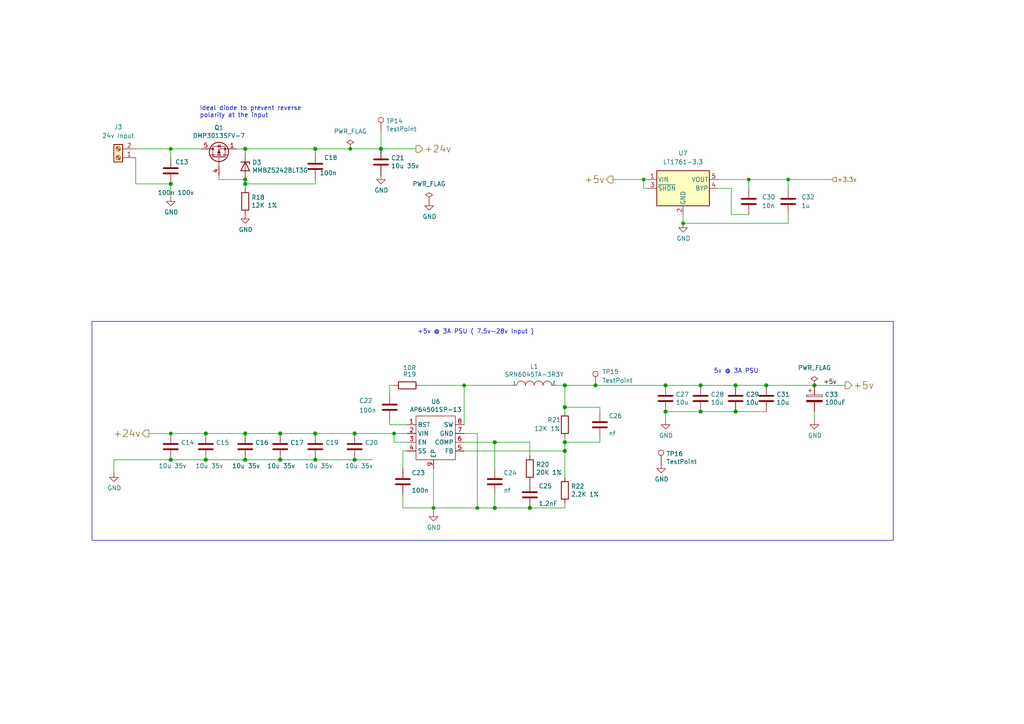
<source format=kicad_sch>
(kicad_sch (version 20230121) (generator eeschema)
  (paper "A4")
  (lib_symbols
    (symbol "CM4IO:AP64351"
      (property "Reference" "U" (at 0 8.89 0))
      (property "Value" "AP64351" (at 1.27 6.35 0))
      (symbol "AP64351_0_1"
        (rectangle (start -5.08 5.08) (end 6.35 -7.62))
      )
      (symbol "AP64351_1_1"
        (pin passive line (at -7.62 2.54 0) (length 2.54) (name "BST") (number "1"))
        (pin power_in line (at -7.62 0 0) (length 2.54) (name "VIN") (number "2"))
        (pin input line (at -7.62 -2.54 0) (length 2.54) (name "EN") (number "3"))
        (pin input line (at -7.62 -5.08 0) (length 2.54) (name "SS") (number "4"))
        (pin input line (at 8.89 -5.08 180) (length 2.54) (name "FB") (number "5"))
        (pin input line (at 8.89 -2.54 180) (length 2.54) (name "COMP") (number "6"))
        (pin power_in line (at 8.89 0 180) (length 2.54) (name "GND") (number "7"))
        (pin output line (at 8.89 2.54 180) (length 2.54) (name "SW") (number "8"))
        (pin passive line (at 0 -10.16 90) (length 2.54) (name "EP") (number "9"))
      )
    )
    (symbol "Connector:Screw_Terminal_01x02" (pin_names (offset 1.016) hide)
      (property "Reference" "J" (at 0 2.54 0))
      (property "Value" "Screw_Terminal_01x02" (at 0 -5.08 0))
      (symbol "Screw_Terminal_01x02_1_1"
        (rectangle (start -1.27 1.27) (end 1.27 -3.81) (stroke (width 0.254)) (fill (type background)))
        (circle (center 0 -2.54) (radius 0.635) (stroke (width 0.1524)))
        (polyline (pts (xy -0.5334 -2.2098) (xy 0.3302 -3.048)) (stroke (width 0.1524)))
        (polyline (pts (xy -0.5334 0.3302) (xy 0.3302 -0.508)) (stroke (width 0.1524)))
        (polyline (pts (xy -0.3556 -2.032) (xy 0.508 -2.8702)) (stroke (width 0.1524)))
        (polyline (pts (xy -0.3556 0.508) (xy 0.508 -0.3302)) (stroke (width 0.1524)))
        (circle (center 0 0) (radius 0.635) (stroke (width 0.1524)))
        (pin passive line (at -5.08 0 0) (length 3.81) (name "Pin_1") (number "1"))
        (pin passive line (at -5.08 -2.54 0) (length 3.81) (name "Pin_2") (number "2"))
      )
    )
    (symbol "Connector:TestPoint" (pin_numbers hide) (pin_names (offset 0.762) hide)
      (property "Reference" "TP" (at 0 6.858 0))
      (property "Value" "TestPoint" (at 0 5.08 0))
      (symbol "TestPoint_0_1"
        (circle (center 0 3.302) (radius 0.762))
      )
      (symbol "TestPoint_1_1"
        (pin passive line (at 0 0 90) (length 2.54) (name "1") (number "1"))
      )
    )
    (symbol "Device:C" (pin_numbers hide) (pin_names (offset 0.254))
      (property "Reference" "C" (at 0.635 2.54 0))
      (property "Value" "C" (at 0.635 -2.54 0))
      (symbol "C_0_1"
        (polyline (pts (xy -2.032 -0.762) (xy 2.032 -0.762)) (stroke (width 0.508)))
        (polyline (pts (xy -2.032 0.762) (xy 2.032 0.762)) (stroke (width 0.508)))
      )
      (symbol "C_1_1"
        (pin passive line (at 0 3.81 270) (length 2.794) (name "~") (number "1"))
        (pin passive line (at 0 -3.81 90) (length 2.794) (name "~") (number "2"))
      )
    )
    (symbol "Device:CP" (pin_numbers hide) (pin_names (offset 0.254))
      (property "Reference" "C" (at 0.635 2.54 0))
      (property "Value" "CP" (at 0.635 -2.54 0))
      (symbol "CP_0_1"
        (rectangle (start -2.286 0.508) (end 2.286 1.016))
        (polyline (pts (xy -1.778 2.286) (xy -0.762 2.286)))
        (polyline (pts (xy -1.27 2.794) (xy -1.27 1.778)))
        (rectangle (start 2.286 -0.508) (end -2.286 -1.016) (fill (type outline)))
      )
      (symbol "CP_1_1"
        (pin passive line (at 0 3.81 270) (length 2.794) (name "~") (number "1"))
        (pin passive line (at 0 -3.81 90) (length 2.794) (name "~") (number "2"))
      )
    )
    (symbol "Device:R" (pin_numbers hide) (pin_names (offset 0))
      (property "Reference" "R" (at 2.032 0 90))
      (property "Value" "R" (at 0 0 90))
      (symbol "R_0_1"
        (rectangle (start -1.016 -2.54) (end 1.016 2.54) (stroke (width 0.254)))
      )
      (symbol "R_1_1"
        (pin passive line (at 0 3.81 270) (length 1.27) (name "~") (number "1"))
        (pin passive line (at 0 -3.81 90) (length 1.27) (name "~") (number "2"))
      )
    )
    (symbol "Diode:BZX84Cxx" (pin_numbers hide) (pin_names hide)
      (property "Reference" "D" (at 0 3.81 0))
      (property "Value" "BZX84Cxx" (at 0 -3.81 0))
      (symbol "BZX84Cxx_0_1"
        (polyline (pts (xy 1.27 0) (xy -1.27 0)))
        (polyline (pts (xy -1.27 -1.27) (xy -1.27 1.27) (xy -0.762 1.27)) (stroke (width 0.254)))
        (polyline (pts (xy 1.27 -1.27) (xy 1.27 1.27) (xy -1.27 0) (xy 1.27 -1.27)) (stroke (width 0.254)))
      )
      (symbol "BZX84Cxx_1_1"
        (pin passive line (at 3.81 0 180) (length 2.54) (name "A") (number "1"))
        (pin no_connect line (at 1.27 0 180) (length 2.54) hide (name "NC") (number "2"))
        (pin passive line (at -3.81 0 0) (length 2.54) (name "K") (number "3"))
      )
    )
    (symbol "GND_1" (power) (pin_names (offset 0))
      (property "Value" "GND_1" (at 0 -3.81 0))
      (symbol "GND_1_0_1"
        (polyline (pts (xy 0 0) (xy 0 -1.27) (xy 1.27 -1.27) (xy 0 -2.54) (xy -1.27 -1.27) (xy 0 -1.27)))
      )
      (symbol "GND_1_1_1"
        (pin power_in line (at 0 0 270) (length 0) hide (name "GND") (number "1"))
      )
    )
    (symbol "GND_2" (power) (pin_names (offset 0))
      (property "Value" "GND_2" (at 0 -3.81 0))
      (symbol "GND_2_0_1"
        (polyline (pts (xy 0 0) (xy 0 -1.27) (xy 1.27 -1.27) (xy 0 -2.54) (xy -1.27 -1.27) (xy 0 -1.27)))
      )
      (symbol "GND_2_1_1"
        (pin power_in line (at 0 0 270) (length 0) hide (name "GND") (number "1"))
      )
    )
    (symbol "GND_3" (power) (pin_names (offset 0))
      (property "Value" "GND_3" (at 0 -3.81 0))
      (symbol "GND_3_0_1"
        (polyline (pts (xy 0 0) (xy 0 -1.27) (xy 1.27 -1.27) (xy 0 -2.54) (xy -1.27 -1.27) (xy 0 -1.27)))
      )
      (symbol "GND_3_1_1"
        (pin power_in line (at 0 0 270) (length 0) hide (name "GND") (number "1"))
      )
    )
    (symbol "GND_4" (power) (pin_names (offset 0))
      (property "Value" "GND_4" (at 0 -3.81 0))
      (symbol "GND_4_0_1"
        (polyline (pts (xy 0 0) (xy 0 -1.27) (xy 1.27 -1.27) (xy 0 -2.54) (xy -1.27 -1.27) (xy 0 -1.27)))
      )
      (symbol "GND_4_1_1"
        (pin power_in line (at 0 0 270) (length 0) hide (name "GND") (number "1"))
      )
    )
    (symbol "GND_5" (power) (pin_names (offset 0))
      (property "Value" "GND_5" (at 0 -3.81 0))
      (symbol "GND_5_0_1"
        (polyline (pts (xy 0 0) (xy 0 -1.27) (xy 1.27 -1.27) (xy 0 -2.54) (xy -1.27 -1.27) (xy 0 -1.27)))
      )
      (symbol "GND_5_1_1"
        (pin power_in line (at 0 0 270) (length 0) hide (name "GND") (number "1"))
      )
    )
    (symbol "GND_6" (power) (pin_names (offset 0))
      (property "Value" "GND_6" (at 0 -3.81 0))
      (symbol "GND_6_0_1"
        (polyline (pts (xy 0 0) (xy 0 -1.27) (xy 1.27 -1.27) (xy 0 -2.54) (xy -1.27 -1.27) (xy 0 -1.27)))
      )
      (symbol "GND_6_1_1"
        (pin power_in line (at 0 0 270) (length 0) hide (name "GND") (number "1"))
      )
    )
    (symbol "GND_7" (power) (pin_names (offset 0))
      (property "Value" "GND_7" (at 0 -3.81 0))
      (symbol "GND_7_0_1"
        (polyline (pts (xy 0 0) (xy 0 -1.27) (xy 1.27 -1.27) (xy 0 -2.54) (xy -1.27 -1.27) (xy 0 -1.27)))
      )
      (symbol "GND_7_1_1"
        (pin power_in line (at 0 0 270) (length 0) hide (name "GND") (number "1"))
      )
    )
    (symbol "GND_8" (power) (pin_names (offset 0))
      (property "Value" "GND_8" (at 0 -3.81 0))
      (symbol "GND_8_0_1"
        (polyline (pts (xy 0 0) (xy 0 -1.27) (xy 1.27 -1.27) (xy 0 -2.54) (xy -1.27 -1.27) (xy 0 -1.27)))
      )
      (symbol "GND_8_1_1"
        (pin power_in line (at 0 0 270) (length 0) hide (name "GND") (number "1"))
      )
    )
    (symbol "Regulator_Linear:LT1761-3.3" (pin_names (offset 0.254))
      (property "Reference" "U" (at -6.35 6.35 0))
      (property "Value" "LT1761-3.3" (at 0 6.35 0))
      (symbol "LT1761-3.3_0_1"
        (rectangle (start -7.62 5.08) (end 7.62 -5.08) (stroke (width 0.254)) (fill (type background)))
      )
      (symbol "LT1761-3.3_1_1"
        (pin power_in line (at -10.16 2.54 0) (length 2.54) (name "VIN") (number "1"))
        (pin power_in line (at 0 -7.62 90) (length 2.54) (name "GND") (number "2"))
        (pin input line (at -10.16 0 0) (length 2.54) (name "~{SHDN}") (number "3"))
        (pin passive line (at 10.16 0 180) (length 2.54) (name "BYP") (number "4"))
        (pin power_out line (at 10.16 2.54 180) (length 2.54) (name "VOUT") (number "5"))
      )
    )
    (symbol "Transistor_FET:DMP3013SFV" (pin_names hide)
      (property "Reference" "Q" (at 5.08 1.905 0))
      (property "Value" "DMP3013SFV" (at 5.08 0 0))
      (symbol "DMP3013SFV_0_1"
        (polyline (pts (xy 0.254 0) (xy -2.54 0)))
        (polyline (pts (xy 0.254 1.905) (xy 0.254 -1.905)) (stroke (width 0.254)))
        (polyline (pts (xy 0.762 -1.27) (xy 0.762 -2.286)) (stroke (width 0.254)))
        (polyline (pts (xy 0.762 0.508) (xy 0.762 -0.508)) (stroke (width 0.254)))
        (polyline (pts (xy 0.762 2.286) (xy 0.762 1.27)) (stroke (width 0.254)))
        (polyline (pts (xy 2.54 2.54) (xy 2.54 1.778)))
        (polyline (pts (xy 2.54 -2.54) (xy 2.54 0) (xy 0.762 0)))
        (polyline (pts (xy 0.762 1.778) (xy 3.302 1.778) (xy 3.302 -1.778) (xy 0.762 -1.778)))
        (polyline (pts (xy 2.286 0) (xy 1.27 0.381) (xy 1.27 -0.381) (xy 2.286 0)) (fill (type outline)))
        (polyline (pts (xy 2.794 -0.508) (xy 2.921 -0.381) (xy 3.683 -0.381) (xy 3.81 -0.254)))
        (polyline (pts (xy 3.302 -0.381) (xy 2.921 0.254) (xy 3.683 0.254) (xy 3.302 -0.381)))
        (circle (center 1.651 0) (radius 2.794) (stroke (width 0.254)))
        (circle (center 2.54 -1.778) (radius 0.254) (fill (type outline)))
        (circle (center 2.54 1.778) (radius 0.254) (fill (type outline)))
      )
      (symbol "DMP3013SFV_1_1"
        (pin passive line (at 2.54 -5.08 90) (length 2.54) (name "S") (number "1"))
        (pin passive line (at 2.54 -5.08 90) (length 2.54) hide (name "S") (number "2"))
        (pin passive line (at 2.54 -5.08 90) (length 2.54) hide (name "S") (number "3"))
        (pin passive line (at -5.08 0 0) (length 2.54) (name "G") (number "4"))
        (pin passive line (at 2.54 5.08 270) (length 2.54) (name "D") (number "5"))
      )
    )
    (symbol "power:GND" (power) (pin_names (offset 0))
      (property "Value" "GND" (at 0 -3.81 0))
      (symbol "GND_0_1"
        (polyline (pts (xy 0 0) (xy 0 -1.27) (xy 1.27 -1.27) (xy 0 -2.54) (xy -1.27 -1.27) (xy 0 -1.27)))
      )
      (symbol "GND_1_1"
        (pin power_in line (at 0 0 270) (length 0) hide (name "GND") (number "1"))
      )
    )
    (symbol "power:PWR_FLAG" (power) (pin_numbers hide) (pin_names (offset 0) hide)
      (property "Value" "PWR_FLAG" (at 0 3.81 0))
      (symbol "PWR_FLAG_0_0"
        (pin power_out line (at 0 0 90) (length 0) (name "pwr") (number "1"))
      )
      (symbol "PWR_FLAG_0_1"
        (polyline (pts (xy 0 0) (xy 0 1.27) (xy -1.016 1.905) (xy 0 2.54) (xy 1.016 1.905) (xy 0 1.27)))
      )
    )
    (symbol "pspice:INDUCTOR" (pin_numbers hide) (pin_names (offset 0))
      (property "Reference" "L" (at 0 2.54 0))
      (property "Value" "INDUCTOR" (at 0 -1.27 0))
      (symbol "INDUCTOR_0_1"
        (arc (start -2.54 0) (mid -3.81 1.2645) (end -5.08 0))
        (arc (start 0 0) (mid -1.27 1.2645) (end -2.54 0))
        (arc (start 2.54 0) (mid 1.27 1.2645) (end 0 0))
        (arc (start 5.08 0) (mid 3.81 1.2645) (end 2.54 0))
      )
      (symbol "INDUCTOR_1_1"
        (pin input line (at -6.35 0 0) (length 1.27) (name "1") (number "1"))
        (pin input line (at 6.35 0 180) (length 1.27) (name "2") (number "2"))
      )
    )
  )
  (junction (at 236.22 111.76) (diameter 1.016))
  (junction (at 71.12 43.18) (diameter 1.016))
  (junction (at 81.28 125.73) (diameter 1.016))
  (junction (at 71.12 125.73) (diameter 1.016))
  (junction (at 138.43 147.32))
  (junction (at 193.04 119.38) (diameter 1.016))
  (junction (at 59.69 125.73) (diameter 1.016))
  (junction (at 186.69 52.07))
  (junction (at 114.3 125.73))
  (junction (at 163.83 111.76) (diameter 1.016))
  (junction (at 91.44 125.73) (diameter 1.016))
  (junction (at 91.44 133.35) (diameter 1.016))
  (junction (at 203.2 119.38) (diameter 1.016))
  (junction (at 217.17 52.07))
  (junction (at 153.67 147.32) (diameter 1.016))
  (junction (at 110.49 43.18) (diameter 1.016))
  (junction (at 213.36 119.38) (diameter 1.016))
  (junction (at 71.12 133.35) (diameter 1.016))
  (junction (at 172.72 111.76) (diameter 1.016))
  (junction (at 71.12 53.34) (diameter 1.016))
  (junction (at 163.83 128.27) (diameter 1.016))
  (junction (at 222.25 111.76) (diameter 1.016))
  (junction (at 101.6 43.18))
  (junction (at 59.69 133.35) (diameter 1.016))
  (junction (at 228.6 52.07))
  (junction (at 143.51 128.27) (diameter 1.016))
  (junction (at 81.28 133.35) (diameter 1.016))
  (junction (at 203.2 111.76) (diameter 1.016))
  (junction (at 134.62 111.76))
  (junction (at 198.12 64.77))
  (junction (at 102.87 133.35) (diameter 1.016))
  (junction (at 125.73 147.32))
  (junction (at 193.04 111.76) (diameter 1.016))
  (junction (at 91.44 43.18) (diameter 1.016))
  (junction (at 163.83 118.11) (diameter 1.016))
  (junction (at 71.12 52.07) (diameter 1.016))
  (junction (at 49.53 125.73))
  (junction (at 49.53 43.18))
  (junction (at 143.51 147.32) (diameter 1.016))
  (junction (at 163.83 130.81) (diameter 1.016))
  (junction (at 213.36 111.76) (diameter 1.016))
  (junction (at 102.87 125.73) (diameter 1.016))
  (junction (at 49.53 133.35) (diameter 1.016))
  (junction (at 49.53 53.34) (diameter 1.016))
  (wire (pts (xy 81.28 133.35) (xy 91.44 133.35)))
  (wire (pts (xy 63.5 52.07) (xy 71.12 52.07)))
  (wire (pts (xy 213.36 119.38) (xy 203.2 119.38)))
  (wire (pts (xy 222.25 119.38) (xy 213.36 119.38)))
  (wire (pts (xy 39.37 43.18) (xy 49.53 43.18)))
  (wire (pts (xy 125.73 135.89) (xy 125.73 147.32)))
  (wire (pts (xy 153.67 147.32) (xy 163.83 147.32)))
  (wire (pts (xy 71.12 125.73) (xy 81.28 125.73)))
  (wire (pts (xy 91.44 125.73) (xy 102.87 125.73)))
  (wire (pts (xy 81.28 125.73) (xy 91.44 125.73)))
  (wire (pts (xy 134.62 125.73) (xy 138.43 125.73)))
  (wire (pts (xy 118.11 130.81) (xy 116.84 130.81)))
  (wire (pts (xy 138.43 147.32) (xy 143.51 147.32)))
  (wire (pts (xy 138.43 125.73) (xy 138.43 147.32)))
  (wire (pts (xy 68.58 43.18) (xy 71.12 43.18)))
  (wire (pts (xy 114.3 128.27) (xy 118.11 128.27)))
  (wire (pts (xy 134.62 130.81) (xy 163.83 130.81)))
  (wire (pts (xy 163.83 130.81) (xy 163.83 138.43)))
  (wire (pts (xy 101.6 43.18) (xy 110.49 43.18)))
  (wire (pts (xy 212.09 54.61) (xy 212.09 62.23)))
  (wire (pts (xy 113.03 123.19) (xy 118.11 123.19)))
  (wire (pts (xy 163.83 118.11) (xy 163.83 119.38)))
  (wire (pts (xy 208.28 54.61) (xy 212.09 54.61)))
  (polyline (pts (xy 259.08 156.718) (xy 26.67 156.718)) (stroke (width 0) (type solid)))
  (wire (pts (xy 163.83 128.27) (xy 173.99 128.27)))
  (wire (pts (xy 63.5 50.8) (xy 63.5 52.07)))
  (wire (pts (xy 163.83 128.27) (xy 163.83 130.81)))
  (wire (pts (xy 116.84 143.51) (xy 116.84 147.32)))
  (wire (pts (xy 116.84 130.81) (xy 116.84 135.89)))
  (wire (pts (xy 143.51 147.32) (xy 153.67 147.32)))
  (wire (pts (xy 125.73 147.32) (xy 138.43 147.32)))
  (wire (pts (xy 113.03 111.76) (xy 114.3 111.76)))
  (wire (pts (xy 186.69 54.61) (xy 186.69 52.07)))
  (polyline (pts (xy 26.67 93.218) (xy 26.67 156.718)) (stroke (width 0) (type solid)))
  (wire (pts (xy 193.04 119.38) (xy 193.04 121.92)))
  (wire (pts (xy 143.51 128.27) (xy 153.67 128.27)))
  (wire (pts (xy 163.83 111.76) (xy 172.72 111.76)))
  (wire (pts (xy 114.3 125.73) (xy 118.11 125.73)))
  (wire (pts (xy 49.53 43.18) (xy 58.42 43.18)))
  (wire (pts (xy 153.67 132.08) (xy 153.67 128.27)))
  (wire (pts (xy 121.92 111.76) (xy 134.62 111.76)))
  (wire (pts (xy 39.37 53.34) (xy 49.53 53.34)))
  (wire (pts (xy 49.53 125.73) (xy 59.69 125.73)))
  (wire (pts (xy 71.12 53.34) (xy 71.12 54.61)))
  (wire (pts (xy 71.12 43.18) (xy 91.44 43.18)))
  (wire (pts (xy 134.62 111.76) (xy 148.59 111.76)))
  (wire (pts (xy 203.2 119.38) (xy 193.04 119.38)))
  (wire (pts (xy 198.12 62.23) (xy 198.12 64.77)))
  (wire (pts (xy 236.22 119.38) (xy 236.22 121.92)))
  (wire (pts (xy 39.37 45.72) (xy 39.37 53.34)))
  (wire (pts (xy 33.02 133.35) (xy 49.53 133.35)))
  (wire (pts (xy 91.44 133.35) (xy 102.87 133.35)))
  (wire (pts (xy 59.69 133.35) (xy 71.12 133.35)))
  (wire (pts (xy 59.69 125.73) (xy 71.12 125.73)))
  (wire (pts (xy 110.49 43.18) (xy 120.65 43.18)))
  (wire (pts (xy 49.53 133.35) (xy 59.69 133.35)))
  (wire (pts (xy 114.3 125.73) (xy 114.3 128.27)))
  (wire (pts (xy 102.87 133.35) (xy 107.95 133.35)))
  (wire (pts (xy 193.04 111.76) (xy 203.2 111.76)))
  (wire (pts (xy 134.62 128.27) (xy 143.51 128.27)))
  (polyline (pts (xy 259.08 93.218) (xy 259.08 156.718)) (stroke (width 0) (type solid)))
  (wire (pts (xy 143.51 128.27) (xy 143.51 135.89)))
  (wire (pts (xy 91.44 53.34) (xy 91.44 52.07)))
  (wire (pts (xy 163.83 118.11) (xy 173.99 118.11)))
  (wire (pts (xy 110.49 38.1) (xy 110.49 43.18)))
  (wire (pts (xy 49.53 43.18) (xy 49.53 45.72)))
  (wire (pts (xy 163.83 147.32) (xy 163.83 146.05)))
  (wire (pts (xy 222.25 111.76) (xy 236.22 111.76)))
  (wire (pts (xy 49.53 53.34) (xy 49.53 57.15)))
  (wire (pts (xy 228.6 62.23) (xy 228.6 64.77)))
  (wire (pts (xy 33.02 133.35) (xy 33.02 137.16)))
  (wire (pts (xy 113.03 114.3) (xy 113.03 111.76)))
  (wire (pts (xy 217.17 52.07) (xy 228.6 52.07)))
  (wire (pts (xy 116.84 147.32) (xy 125.73 147.32)))
  (wire (pts (xy 91.44 43.18) (xy 91.44 44.45)))
  (wire (pts (xy 163.83 127) (xy 163.83 128.27)))
  (wire (pts (xy 177.8 52.07) (xy 186.69 52.07)))
  (wire (pts (xy 102.87 125.73) (xy 114.3 125.73)))
  (wire (pts (xy 228.6 64.77) (xy 198.12 64.77)))
  (wire (pts (xy 173.99 118.11) (xy 173.99 119.38)))
  (wire (pts (xy 186.69 52.07) (xy 187.96 52.07)))
  (wire (pts (xy 71.12 52.07) (xy 71.12 53.34)))
  (wire (pts (xy 228.6 52.07) (xy 241.3 52.07)))
  (wire (pts (xy 212.09 62.23) (xy 217.17 62.23)))
  (wire (pts (xy 143.51 143.51) (xy 143.51 147.32)))
  (wire (pts (xy 91.44 43.18) (xy 101.6 43.18)))
  (wire (pts (xy 187.96 54.61) (xy 186.69 54.61)))
  (wire (pts (xy 71.12 53.34) (xy 91.44 53.34)))
  (wire (pts (xy 71.12 43.18) (xy 71.12 44.45)))
  (wire (pts (xy 172.72 111.76) (xy 193.04 111.76)))
  (wire (pts (xy 203.2 111.76) (xy 213.36 111.76)))
  (wire (pts (xy 217.17 52.07) (xy 217.17 54.61)))
  (wire (pts (xy 43.18 125.73) (xy 49.53 125.73)))
  (wire (pts (xy 163.83 111.76) (xy 163.83 118.11)))
  (wire (pts (xy 125.73 148.59) (xy 125.73 147.32)))
  (wire (pts (xy 228.6 52.07) (xy 228.6 54.61)))
  (wire (pts (xy 71.12 133.35) (xy 81.28 133.35)))
  (polyline (pts (xy 26.67 93.218) (xy 259.08 93.218)) (stroke (width 0) (type solid)))
  (wire (pts (xy 161.29 111.76) (xy 163.83 111.76)))
  (wire (pts (xy 173.99 128.27) (xy 173.99 127)))
  (wire (pts (xy 134.62 111.76) (xy 134.62 123.19)))
  (wire (pts (xy 236.22 111.76) (xy 245.11 111.76)))
  (wire (pts (xy 113.03 121.92) (xy 113.03 123.19)))
  (wire (pts (xy 208.28 52.07) (xy 217.17 52.07)))
  (wire (pts (xy 213.36 111.76) (xy 222.25 111.76)))
  (text "5v @ 3A PSU\n" (at 207.01 108.458 0) (effects (font (size 1.27 1.27)) (justify left bottom)))
  (text "+5v @ 3A PSU ( 7.5v-28v Input )" (at 154.94 97.028 0) (effects (font (size 1.27 1.27)) (justify right bottom)))
  (text "Ideal diode to prevent reverse\npolarity at the input" (at 57.912 34.29 0) (effects (font (size 1.27 1.27)) (justify left bottom)))
  (label "+5v" (at 238.76 111.76 0))
  (hierarchical_label "+24v" (shape output) (at 120.65 43.18 0) (effects (font (size 2.0066 2.0066))))
  (hierarchical_label "+5v" (shape output) (at 245.11 111.76 0) (effects (font (size 2.0066 2.0066))))
  (hierarchical_label "+3.3v" (shape input) (at 241.3 52.07 0))
  (hierarchical_label "+24v" (shape output) (at 43.18 125.73 180) (effects (font (size 2.0066 2.0066))))
  (hierarchical_label "+5v" (shape output) (at 177.8 52.07 180) (effects (font (size 2.0066 2.0066))))
  (symbol (lib_name "GND_2") (lib_id "power:GND") (at 49.53 57.15 0) (unit 1)
    (property "Reference" "#PWR022" (effects hide))
    (property "Value" "GND" (at 49.657 61.5442 0))
    (instances (project "VolumioAmp" (path "" (reference "#PWR022") (unit 1))) (project "CM4IOv5" (path "" (reference "#PWR041") (unit 1))))
  )
  (symbol (lib_id "Device:C") (at 203.2 115.57 0) (unit 1)
    (property "Reference" "C28" (at 206.121 114.4016 0) (effects (justify left)))
    (property "Value" "10u" (at 206.121 116.713 0) (effects (justify left)))
    (property "Footprint" "Capacitor_SMD:C_0805_2012Metric_Pad1.18x1.45mm_HandSolder" (effects hide))
    (property "Datasheet" "https://search.murata.co.jp/Ceramy/image/img/A01X/G101/ENG/GRM21BR71A106KA73-01.pdf" (effects hide))
    (property "Field5" "490-14381-1-ND" (effects hide))
    (property "Field4" "Digikey" (effects hide))
    (property "Field6" "GRM21BR71A106KA73L" (effects hide))
    (property "Field7" "Murata" (effects hide))
    (property "Part Description" "	10uF 10% 10V Ceramic Capacitor X7R 0805 (2012 Metric)" (effects hide))
    (property "Field8" "111893011" (effects hide))
    (instances (project "VolumioAmp" (path "" (reference "C28") (unit 1))) (project "CM4IOv5" (path "" (reference "C49") (unit 1))))
  )
  (symbol (lib_id "Device:C") (at 193.04 115.57 0) (unit 1)
    (property "Reference" "C27" (at 195.961 114.4016 0) (effects (justify left)))
    (property "Value" "10u" (at 195.961 116.713 0) (effects (justify left)))
    (property "Footprint" "Capacitor_SMD:C_0805_2012Metric_Pad1.18x1.45mm_HandSolder" (effects hide))
    (property "Datasheet" "https://search.murata.co.jp/Ceramy/image/img/A01X/G101/ENG/GRM21BR71A106KA73-01.pdf" (effects hide))
    (property "Field5" "490-14381-1-ND" (effects hide))
    (property "Field4" "Digikey" (effects hide))
    (property "Field6" "GRM21BR71A106KA73L" (effects hide))
    (property "Field7" "Murata" (effects hide))
    (property "Part Description" "	10uF 10% 10V Ceramic Capacitor X7R 0805 (2012 Metric)" (effects hide))
    (property "Field8" "111893011" (effects hide))
    (instances (project "VolumioAmp" (path "" (reference "C27") (unit 1))) (project "CM4IOv5" (path "" (reference "C47") (unit 1))))
  )
  (symbol (lib_id "Device:C") (at 173.99 123.19 0) (unit 1)
    (property "Reference" "C26" (at 176.53 120.65 0) (effects (justify left)))
    (property "Value" "nf" (at 176.53 125.73 0) (effects (justify left)))
    (property "Footprint" "Capacitor_SMD:C_0805_2012Metric_Pad1.18x1.45mm_HandSolder" (effects hide))
    (property "Datasheet" "http://www.farnell.com/datasheets/2048267.pdf?_ga=2.222777691.1738794919.1588350964-1787849031.1568210898&_gac=1.250356018.1588350964.EAIaIQobChMIgrHHs4yT6QIVxevtCh39TA_nEAAYASAAEgK8PfD_BwE" (effects hide))
    (property "Field4" "Farnell" (effects hide))
    (property "Field5" "2666374" (effects hide))
    (property "Field6" "GRM1555C1H221JA01D" (effects hide))
    (property "Field7" "Murata" (effects hide))
    (property "Part Description" "220 pF, 50 V, 0402 [1005 Metric], ± 5%, C0G / NP0/CH, GCM Series" (effects hide))
    (instances (project "VolumioAmp" (path "" (reference "C26") (unit 1))) (project "CM4IOv5" (path "" (reference "C61") (unit 1))))
  )
  (symbol (lib_id "Device:R") (at 163.83 123.19 0) (unit 1)
    (property "Reference" "R21" (at 158.75 121.793 0) (effects (justify left)))
    (property "Value" "12K 1%" (at 154.94 124.333 0) (effects (justify left)))
    (property "Footprint" "Resistor_SMD:R_0805_2012Metric_Pad1.20x1.40mm_HandSolder" (effects hide))
    (property "Datasheet" "https://fscdn.rohm.com/en/products/databook/datasheet/passive/resistor/chip_resistor/mcr-e.pdf" (effects hide))
    (property "Field4" "Farnell" (effects hide))
    (property "Field5" "9239367" (effects hide))
    (property "Field7" "Rohm" (effects hide))
    (property "Field6" "MCR01MZPF1202" (effects hide))
    (property "Part Description" "Resistor 12K M1005 1% 63mW" (effects hide))
    (instances (project "VolumioAmp" (path "" (reference "R21") (unit 1))) (project "CM4IOv5" (path "" (reference "R27") (unit 1))))
  )
  (symbol (lib_id "Device:C") (at 71.12 129.54 0) (unit 1)
    (property "Reference" "C16" (at 74.041 128.3716 0) (effects (justify left)))
    (property "Value" "10u 35v" (at 67.31 135.128 0) (effects (justify left)))
    (property "Footprint" "Capacitor_SMD:C_0805_2012Metric_Pad1.18x1.45mm_HandSolder" (effects hide))
    (property "Datasheet" "https://www.murata.com/en-global/products/productdetail.aspx?partno=GRM21BC8YA106ME11%23" (effects hide))
    (property "Field5" "490-10505-1-ND" (effects hide))
    (property "Field4" "Digikey" (effects hide))
    (property "Field6" "GRM21BC8YA106KE11L " (effects hide))
    (property "Field7" "Murata" (effects hide))
    (property "Part Description" "	10uF 10% or 20% 35V Ceramic Capacitor X6S 0805 (2012 Metric)" (effects hide))
    (instances (project "VolumioAmp" (path "" (reference "C16") (unit 1))) (project "CM4IOv5" (path "" (reference "C37") (unit 1))))
  )
  (symbol (lib_name "GND_3") (lib_id "power:GND") (at 124.46 58.42 0) (unit 1)
    (property "Reference" "#PWR025" (effects hide))
    (property "Value" "GND" (at 124.587 62.8142 0))
    (instances (project "VolumioAmp" (path "" (reference "#PWR025") (unit 1))) (project "CM4IOv5" (path "" (reference "#PWR043") (unit 1))))
  )
  (symbol (lib_name "GND_5") (lib_id "power:GND") (at 236.22 121.92 0) (unit 1)
    (property "Reference" "#PWR030" (effects hide))
    (property "Value" "GND" (at 236.347 126.3142 0))
    (instances (project "VolumioAmp" (path "" (reference "#PWR030") (unit 1))) (project "CM4IOv5" (path "" (reference "#PWR02") (unit 1))))
  )
  (symbol (lib_id "Device:C") (at 59.69 129.54 0) (unit 1)
    (property "Reference" "C15" (at 62.611 128.3716 0) (effects (justify left)))
    (property "Value" "10u 35v" (at 56.642 135.128 0) (effects (justify left)))
    (property "Footprint" "Capacitor_SMD:C_0805_2012Metric_Pad1.18x1.45mm_HandSolder" (effects hide))
    (property "Datasheet" "https://www.murata.com/en-global/products/productdetail.aspx?partno=GRM21BC8YA106ME11%23" (effects hide))
    (property "Field5" "490-10505-1-ND" (effects hide))
    (property "Field4" "Digikey" (effects hide))
    (property "Field6" "GRM21BC8YA106KE11L " (effects hide))
    (property "Field7" "Murata" (effects hide))
    (property "Part Description" "	10uF 10% or 20% 35V Ceramic Capacitor X6S 0805 (2012 Metric)" (effects hide))
    (instances (project "VolumioAmp" (path "" (reference "C15") (unit 1))) (project "CM4IOv5" (path "" (reference "C35") (unit 1))))
  )
  (symbol (lib_id "Connector:Screw_Terminal_01x02") (at 34.29 45.72 180) (unit 1)
    (property "Reference" "J3" (at 34.29 36.83 0))
    (property "Value" "24v Input" (at 34.29 39.37 0))
    (property "Footprint" "TerminalBlock:TerminalBlock_bornier-2_P5.08mm" (effects hide))
  )
  (symbol (lib_id "Device:C") (at 81.28 129.54 0) (unit 1)
    (property "Reference" "C17" (at 84.201 128.3716 0) (effects (justify left)))
    (property "Value" "10u 35v" (at 77.47 135.128 0) (effects (justify left)))
    (property "Footprint" "Capacitor_SMD:C_0805_2012Metric_Pad1.18x1.45mm_HandSolder" (effects hide))
    (property "Datasheet" "https://www.murata.com/en-global/products/productdetail.aspx?partno=GRM21BC8YA106ME11%23" (effects hide))
    (property "Field5" "490-10505-1-ND" (effects hide))
    (property "Field4" "Digikey" (effects hide))
    (property "Field6" "GRM21BC8YA106KE11L " (effects hide))
    (property "Field7" "Murata" (effects hide))
    (property "Part Description" "	10uF 10% or 20% 35V Ceramic Capacitor X6S 0805 (2012 Metric)" (effects hide))
    (instances (project "VolumioAmp" (path "" (reference "C17") (unit 1))) (project "CM4IOv5" (path "" (reference "C38") (unit 1))))
  )
  (symbol (lib_id "Device:C") (at 110.49 46.99 0) (unit 1)
    (property "Reference" "C21" (at 113.411 45.8216 0) (effects (justify left)))
    (property "Value" "10u 35v" (at 113.411 48.133 0) (effects (justify left)))
    (property "Footprint" "Capacitor_SMD:C_0805_2012Metric_Pad1.18x1.45mm_HandSolder" (effects hide))
    (property "Datasheet" "https://www.murata.com/en-global/products/productdetail.aspx?partno=GRM21BC8YA106ME11%23" (effects hide))
    (property "Field5" "490-10505-1-ND" (effects hide))
    (property "Field4" "Digikey" (effects hide))
    (property "Field6" "GRM21BC8YA106KE11L " (effects hide))
    (property "Field7" "Murata" (effects hide))
    (property "Part Description" "	10uF 10% or 20% 35V Ceramic Capacitor X6S 0805 (2012 Metric)" (effects hide))
    (instances (project "VolumioAmp" (path "" (reference "C21") (unit 1))) (project "CM4IOv5" (path "" (reference "C42") (unit 1))))
  )
  (symbol (lib_id "Connector:TestPoint") (at 172.72 111.76 0) (unit 1)
    (property "Reference" "TP15" (at 174.625 107.823 0) (effects (justify left)))
    (property "Value" "TestPoint" (at 174.625 110.363 0) (effects (justify left)))
    (property "Footprint" "TestPoint:TestPoint_Bridge_Pitch2.0mm_Drill0.7mm" (effects hide))
    (property "Field4" "nf" (effects hide))
    (property "Field5" "nf" (effects hide))
    (property "Field6" "nf" (effects hide))
    (property "Field7" "nf" (effects hide))
    (instances (project "VolumioAmp" (path "" (reference "TP15") (unit 1))) (project "CM4IOv5" (path "" (reference "TP4") (unit 1))))
  )
  (symbol (lib_name "GND_3") (lib_id "power:GND") (at 110.49 50.8 0) (unit 1)
    (property "Reference" "#PWR024" (effects hide))
    (property "Value" "GND" (at 110.617 55.1942 0))
    (instances (project "VolumioAmp" (path "" (reference "#PWR024") (unit 1))) (project "CM4IOv5" (path "" (reference "#PWR043") (unit 1))))
  )
  (symbol (lib_id "Diode:BZX84Cxx") (at 71.12 48.26 270) (unit 1)
    (property "Reference" "D3" (at 73.152 47.117 90) (effects (justify left)))
    (property "Value" "MMBZ5242BLT3G" (at 73.152 49.403 90) (effects (justify left)))
    (property "Footprint" "Package_TO_SOT_SMD:SOT-23" (effects hide))
    (property "Datasheet" "https://diotec.com/tl_files/diotec/files/pdf/datasheets/bzx84c2v4.pdf" (effects hide))
    (property "Field4" "Digikey" (effects hide))
    (property "Field5" "	MMBZ5242BLT3GOSCT-ND" (effects hide))
    (property "Field6" "MMBZ5242BLT3G" (effects hide))
    (property "Field7" "Onsemi" (effects hide))
    (property "Part Description" "	Zener Diode 12V 225mW 5% Surface Mount SOT-23-3 (TO-236)" (effects hide))
    (instances (project "VolumioAmp" (path "" (reference "D3") (unit 1))) (project "CM4IOv5" (path "" (reference "D4") (unit 1))))
  )
  (symbol (lib_id "Device:R") (at 153.67 135.89 0) (unit 1)
    (property "Reference" "R20" (at 155.448 134.7216 0) (effects (justify left)))
    (property "Value" "20K 1%" (at 155.448 137.033 0) (effects (justify left)))
    (property "Footprint" "Resistor_SMD:R_0805_2012Metric_Pad1.20x1.40mm_HandSolder" (effects hide))
    (property "Datasheet" "https://fscdn.rohm.com/en/products/databook/datasheet/passive/resistor/chip_resistor/mcr-e.pdf" (effects hide))
    (property "Field4" "Farnell" (effects hide))
    (property "Field5" "2331485" (effects hide))
    (property "Field7" "KOA EUROPE GMBH" (effects hide))
    (property "Field6" "RK73H1ETTP2002F" (effects hide))
    (property "Part Description" "Resistor 20K M1005 1% 63mW" (effects hide))
    (instances (project "VolumioAmp" (path "" (reference "R20") (unit 1))) (project "CM4IOv5" (path "" (reference "R25") (unit 1))))
  )
  (symbol (lib_id "Connector:TestPoint") (at 110.49 38.1 0) (unit 1)
    (property "Reference" "TP14" (at 111.9632 35.1028 0) (effects (justify left)))
    (property "Value" "TestPoint" (at 111.9632 37.4142 0) (effects (justify left)))
    (property "Footprint" "TestPoint:TestPoint_Bridge_Pitch2.54mm_Drill1.0mm" (effects hide))
    (property "Field4" "nf" (effects hide))
    (property "Field5" "nf" (effects hide))
    (property "Field6" "nf" (effects hide))
    (property "Field7" "nf" (effects hide))
    (instances (project "VolumioAmp" (path "" (reference "TP14") (unit 1))) (project "CM4IOv5" (path "" (reference "TP2") (unit 1))))
  )
  (symbol (lib_id "power:PWR_FLAG") (at 124.46 58.42 0) (unit 1)
    (property "Reference" "#FLG02" (effects hide))
    (property "Value" "PWR_FLAG" (at 124.46 53.34 0))
  )
  (symbol (lib_id "power:GND") (at 198.12 64.77 0) (unit 1)
    (property "Reference" "#PWR029" (effects hide))
    (property "Value" "GND" (at 198.247 69.1642 0))
    (instances (project "VolumioAmp" (path "" (reference "#PWR029") (unit 1))) (project "CM4IOv5" (path "" (reference "#PWR02") (unit 1))))
  )
  (symbol (lib_name "GND_1") (lib_id "power:GND") (at 71.12 62.23 0) (unit 1)
    (property "Reference" "#PWR023" (effects hide))
    (property "Value" "GND" (at 71.247 66.6242 0))
    (instances (project "VolumioAmp" (path "" (reference "#PWR023") (unit 1))) (project "CM4IOv5" (path "" (reference "#PWR042") (unit 1))))
  )
  (symbol (lib_name "GND_7") (lib_id "power:GND") (at 125.73 148.59 0) (unit 1)
    (property "Reference" "#PWR026" (effects hide))
    (property "Value" "GND" (at 125.857 152.9842 0))
    (instances (project "VolumioAmp" (path "" (reference "#PWR026") (unit 1))) (project "CM4IOv5" (path "" (reference "#PWR0119") (unit 1))))
  )
  (symbol (lib_id "Device:C") (at 143.51 139.7 0) (unit 1)
    (property "Reference" "C24" (at 146.05 137.16 0) (effects (justify left)))
    (property "Value" "nf" (at 146.05 142.24 0) (effects (justify left)))
    (property "Footprint" "Capacitor_SMD:C_0805_2012Metric_Pad1.18x1.45mm_HandSolder" (effects hide))
    (instances (project "VolumioAmp" (path "" (reference "C24") (unit 1))) (project "CM4IOv5" (path "" (reference "C59") (unit 1))))
  )
  (symbol (lib_id "Transistor_FET:DMP3013SFV") (at 63.5 45.72 90) (unit 1)
    (property "Reference" "Q1" (at 63.5 37.0586 90))
    (property "Value" "DMP3013SFV-7" (at 63.5 39.37 90))
    (property "Footprint" "Package_SON:Diodes_PowerDI3333-8" (effects hide))
    (property "Datasheet" "https://www.diodes.com/assets/Datasheets/DMP3013SFV.pdf" (effects hide))
    (property "Field4" "Farnell" (effects hide))
    (property "Field5" "3405192" (effects hide))
    (property "Field6" "DMP3013SFV-7" (effects hide))
    (property "Field7" "Diodes" (effects hide))
    (property "Part Description" "DMP3013SFV-7 -  Power MOSFET, P Channel, 30 V, 12 A, 0.008 ohm, PowerDI3333, Surface Mount" (effects hide))
  )
  (symbol (lib_id "Device:C") (at 113.03 118.11 0) (unit 1)
    (property "Reference" "C22" (at 104.14 116.205 0) (effects (justify left)))
    (property "Value" "100n" (at 104.14 118.999 0) (effects (justify left)))
    (property "Footprint" "Capacitor_SMD:C_0805_2012Metric_Pad1.18x1.45mm_HandSolder" (effects hide))
    (property "Datasheet" "https://search.murata.co.jp/Ceramy/image/img/A01X/G101/ENG/GRM155R71C104KA88-01.pdf" (effects hide))
    (property "Field4" "Farnell" (effects hide))
    (property "Field5" "2611911" (effects hide))
    (property "Field6" "RM EMK105 B7104KV-F" (effects hide))
    (property "Field7" "TAIYO YUDEN EUROPE GMBH" (effects hide))
    (property "Part Description" "	0.1uF 10% 16V Ceramic Capacitor X7R 0402 (1005 Metric)" (effects hide))
    (property "Field8" "110091611" (effects hide))
    (instances (project "VolumioAmp" (path "" (reference "C22") (unit 1))) (project "CM4IOv5" (path "" (reference "C57") (unit 1))))
  )
  (symbol (lib_id "Device:R") (at 163.83 142.24 0) (unit 1)
    (property "Reference" "R22" (at 165.608 141.0716 0) (effects (justify left)))
    (property "Value" "2.2K 1%" (at 165.608 143.383 0) (effects (justify left)))
    (property "Footprint" "Resistor_SMD:R_0805_2012Metric_Pad1.20x1.40mm_HandSolder" (effects hide))
    (property "Datasheet" "https://fscdn.rohm.com/en/products/databook/datasheet/passive/resistor/chip_resistor/mcr-e.pdf" (effects hide))
    (property "Field4" "Farnell" (effects hide))
    (property "Field5" "9239278" (effects hide))
    (property "Field6" "RK73G1ETQTP2201D         " (effects hide))
    (property "Field7" "KOA EUROPE GMBH" (effects hide))
    (property "Part Description" "Resistor 2.2K M1005 1% 63mW" (effects hide))
    (property "Field8" "120889581" (effects hide))
    (instances (project "VolumioAmp" (path "" (reference "R22") (unit 1))) (project "CM4IOv5" (path "" (reference "R28") (unit 1))))
  )
  (symbol (lib_id "power:PWR_FLAG") (at 236.22 111.76 0) (unit 1)
    (property "Reference" "#FLG03" (effects hide))
    (property "Value" "PWR_FLAG" (at 236.22 106.68 0))
  )
  (symbol (lib_id "Device:C") (at 222.25 115.57 0) (unit 1)
    (property "Reference" "C31" (at 225.171 114.4016 0) (effects (justify left)))
    (property "Value" "10u" (at 225.171 116.713 0) (effects (justify left)))
    (property "Footprint" "Capacitor_SMD:C_0805_2012Metric_Pad1.18x1.45mm_HandSolder" (effects hide))
    (property "Datasheet" "https://search.murata.co.jp/Ceramy/image/img/A01X/G101/ENG/GRM21BR71A106KA73-01.pdf" (effects hide))
    (property "Field5" "490-14381-1-ND" (effects hide))
    (property "Field4" "Digikey" (effects hide))
    (property "Field6" "GRM21BR71A106KA73L" (effects hide))
    (property "Field7" "Murata" (effects hide))
    (property "Part Description" "	10uF 10% 10V Ceramic Capacitor X7R 0805 (2012 Metric)" (effects hide))
    (property "Field8" "111893011" (effects hide))
    (instances (project "VolumioAmp" (path "" (reference "C31") (unit 1))) (project "CM4IOv5" (path "" (reference "C52") (unit 1))))
  )
  (symbol (lib_id "Device:C") (at 49.53 49.53 0) (unit 1)
    (property "Reference" "C13" (at 50.8 46.99 0) (effects (justify left)))
    (property "Value" "100n 100v" (at 45.72 55.88 0) (effects (justify left)))
    (property "Footprint" "Capacitor_SMD:C_0805_2012Metric_Pad1.18x1.45mm_HandSolder" (effects hide))
    (property "Datasheet" "https://psearch.en.murata.com/capacitor/product/GRM155R62A104KE14%23.pdf" (effects hide))
    (property "Field4" "Farnell" (effects hide))
    (property "Field5" "2611907" (effects hide))
    (property "Field6" "GRM155R62A104KE14D" (effects hide))
    (property "Field7" "Murata" (effects hide))
    (property "Part Description" "	0.1uF 10% 100V Ceramic Capacitor X5R 0402 (1005 Metric)" (effects hide))
    (instances (project "VolumioAmp" (path "" (reference "C13") (unit 1))) (project "CM4IOv5" (path "" (reference "C36") (unit 1))))
  )
  (symbol (lib_id "Device:C") (at 102.87 129.54 0) (unit 1)
    (property "Reference" "C20" (at 105.791 128.3716 0) (effects (justify left)))
    (property "Value" "10u 35v" (at 100.076 135.128 0) (effects (justify left)))
    (property "Footprint" "Capacitor_SMD:C_0805_2012Metric_Pad1.18x1.45mm_HandSolder" (effects hide))
    (property "Datasheet" "https://www.murata.com/en-global/products/productdetail.aspx?partno=GRM21BC8YA106ME11%23" (effects hide))
    (property "Field5" "490-10505-1-ND" (effects hide))
    (property "Field4" "Digikey" (effects hide))
    (property "Field6" "GRM21BC8YA106KE11L " (effects hide))
    (property "Field7" "Murata" (effects hide))
    (property "Part Description" "	10uF 10% or 20% 35V Ceramic Capacitor X6S 0805 (2012 Metric)" (effects hide))
    (instances (project "VolumioAmp" (path "" (reference "C20") (unit 1))) (project "CM4IOv5" (path "" (reference "C41") (unit 1))))
  )
  (symbol (lib_id "Device:C") (at 228.6 58.42 0) (unit 1)
    (property "Reference" "C32" (at 232.41 57.15 0) (effects (justify left)))
    (property "Value" "1u" (at 232.41 59.69 0) (effects (justify left)))
    (property "Footprint" "Capacitor_SMD:C_0805_2012Metric_Pad1.18x1.45mm_HandSolder" (effects hide))
  )
  (symbol (lib_id "Device:C") (at 49.53 129.54 0) (unit 1)
    (property "Reference" "C14" (at 52.451 128.3716 0) (effects (justify left)))
    (property "Value" "10u 35v" (at 45.974 135.128 0) (effects (justify left)))
    (property "Footprint" "Capacitor_SMD:C_0805_2012Metric_Pad1.18x1.45mm_HandSolder" (effects hide))
    (property "Datasheet" "https://www.murata.com/en-global/products/productdetail.aspx?partno=GRM21BC8YA106ME11%23" (effects hide))
    (property "Field5" "490-10505-1-ND" (effects hide))
    (property "Field4" "Digikey" (effects hide))
    (property "Field6" "GRM21BC8YA106KE11L " (effects hide))
    (property "Field7" "Murata" (effects hide))
    (property "Part Description" "	10uF 10% or 20% 35V Ceramic Capacitor X6S 0805 (2012 Metric)" (effects hide))
    (instances (project "VolumioAmp" (path "" (reference "C14") (unit 1))) (project "CM4IOv5" (path "" (reference "C34") (unit 1))))
  )
  (symbol (lib_name "GND_8") (lib_id "power:GND") (at 191.77 134.62 0) (unit 1)
    (property "Reference" "#PWR027" (effects hide))
    (property "Value" "GND" (at 191.897 139.0142 0))
    (instances (project "VolumioAmp" (path "" (reference "#PWR027") (unit 1))) (project "CM4IOv5" (path "" (reference "#PWR0122") (unit 1))))
  )
  (symbol (lib_id "Device:C") (at 91.44 129.54 0) (unit 1)
    (property "Reference" "C19" (at 94.361 128.3716 0) (effects (justify left)))
    (property "Value" "10u 35v" (at 88.392 135.128 0) (effects (justify left)))
    (property "Footprint" "Capacitor_SMD:C_0805_2012Metric_Pad1.18x1.45mm_HandSolder" (effects hide))
    (property "Datasheet" "https://www.murata.com/en-global/products/productdetail.aspx?partno=GRM21BC8YA106ME11%23" (effects hide))
    (property "Field5" "490-10505-1-ND" (effects hide))
    (property "Field4" "Digikey" (effects hide))
    (property "Field6" "GRM21BC8YA106KE11L " (effects hide))
    (property "Field7" "Murata" (effects hide))
    (property "Part Description" "	10uF 10% or 20% 35V Ceramic Capacitor X6S 0805 (2012 Metric)" (effects hide))
    (instances (project "VolumioAmp" (path "" (reference "C19") (unit 1))) (project "CM4IOv5" (path "" (reference "C39") (unit 1))))
  )
  (symbol (lib_id "power:PWR_FLAG") (at 101.6 43.18 0) (unit 1)
    (property "Reference" "#FLG01" (effects hide))
    (property "Value" "PWR_FLAG" (at 101.6 38.1 0))
  )
  (symbol (lib_id "Device:R") (at 118.11 111.76 270) (unit 1)
    (property "Reference" "R19" (at 116.84 108.585 90) (effects (justify left)))
    (property "Value" "10R" (at 116.84 106.68 90) (effects (justify left)))
    (property "Footprint" "Resistor_SMD:R_0805_2012Metric_Pad1.20x1.40mm_HandSolder" (effects hide))
    (property "Datasheet" "https://fscdn.rohm.com/en/products/databook/datasheet/passive/resistor/chip_resistor/mcr-e.pdf" (effects hide))
    (property "Field4" "Farnell" (effects hide))
    (property "Field5" "9238999" (effects hide))
    (property "Field7" "Yageo" (effects hide))
    (property "Field6" "RC0402FR-0710RL" (effects hide))
    (property "Field8" "URES00256" (effects hide))
    (property "Part Description" "Resistor 10R M1005 1% 63mW" (effects hide))
    (instances (project "VolumioAmp" (path "" (reference "R19") (unit 1))) (project "CM4IOv5" (path "" (reference "R9") (unit 1))))
  )
  (symbol (lib_id "Connector:TestPoint") (at 191.77 134.62 0) (unit 1)
    (property "Reference" "TP16" (at 193.2432 131.6228 0) (effects (justify left)))
    (property "Value" "TestPoint" (at 193.2432 133.9342 0) (effects (justify left)))
    (property "Footprint" "TestPoint:TestPoint_Bridge_Pitch2.0mm_Drill0.7mm" (effects hide))
    (property "Field4" "nf" (effects hide))
    (property "Field5" "nf" (effects hide))
    (property "Field6" "nf" (effects hide))
    (property "Field7" "nf" (effects hide))
    (instances (project "VolumioAmp" (path "" (reference "TP16") (unit 1))) (project "CM4IOv5" (path "" (reference "TP6") (unit 1))))
  )
  (symbol (lib_id "Device:C") (at 153.67 143.51 0) (unit 1)
    (property "Reference" "C25" (at 156.21 140.97 0) (effects (justify left)))
    (property "Value" "1.2nF" (at 156.21 146.05 0) (effects (justify left)))
    (property "Footprint" "Capacitor_SMD:C_0805_2012Metric_Pad1.18x1.45mm_HandSolder" (effects hide))
    (property "Datasheet" "http://www.farnell.com/datasheets/2734135.pdf?_ga=2.259347658.1738794919.1588350964-1787849031.1568210898&_gac=1.15394434.1588350964.EAIaIQobChMIgrHHs4yT6QIVxevtCh39TA_nEAAYASAAEgK8PfD_BwE" (effects hide))
    (property "Field4" "Digikey" (effects hide))
    (property "Field5" "490-16429-1-ND" (effects hide))
    (property "Field6" "GCM155R71H122KA37D" (effects hide))
    (property "Field7" "Murata" (effects hide))
    (property "Part Description" "1200pF 10% 10V Ceramic Capacitor X5R 0402 (1005 Metric)" (effects hide))
    (instances (project "VolumioAmp" (path "" (reference "C25") (unit 1))) (project "CM4IOv5" (path "" (reference "C60") (unit 1))))
  )
  (symbol (lib_id "Device:C") (at 91.44 48.26 0) (unit 1)
    (property "Reference" "C18" (at 93.98 45.72 0) (effects (justify left)))
    (property "Value" "100n" (at 92.71 50.165 0) (effects (justify left)))
    (property "Footprint" "Capacitor_SMD:C_0805_2012Metric_Pad1.18x1.45mm_HandSolder" (effects hide))
    (property "Datasheet" "https://search.murata.co.jp/Ceramy/image/img/A01X/G101/ENG/GRM155R71C104KA88-01.pdf" (effects hide))
    (property "Field4" "Farnell" (effects hide))
    (property "Field5" "2611911" (effects hide))
    (property "Field6" "RM EMK105 B7104KV-F" (effects hide))
    (property "Field7" "TAIYO YUDEN EUROPE GMBH" (effects hide))
    (property "Part Description" "	0.1uF 10% 16V Ceramic Capacitor X7R 0402 (1005 Metric)" (effects hide))
    (property "Field8" "110091611" (effects hide))
    (instances (project "VolumioAmp" (path "" (reference "C18") (unit 1))) (project "CM4IOv5" (path "" (reference "C40") (unit 1))))
  )
  (symbol (lib_id "Device:R") (at 71.12 58.42 0) (unit 1)
    (property "Reference" "R18" (at 72.898 57.2516 0) (effects (justify left)))
    (property "Value" "12K 1%" (at 72.898 59.563 0) (effects (justify left)))
    (property "Footprint" "Resistor_SMD:R_0805_2012Metric_Pad1.20x1.40mm_HandSolder" (effects hide))
    (property "Datasheet" "https://fscdn.rohm.com/en/products/databook/datasheet/passive/resistor/chip_resistor/mcr-e.pdf" (effects hide))
    (property "Field4" "Farnell" (effects hide))
    (property "Field5" "9239367" (effects hide))
    (property "Field7" "Rohm" (effects hide))
    (property "Field6" "MCR01MZPF1202" (effects hide))
    (property "Part Description" "Resistor 12K M1005 1% 63mW" (effects hide))
    (instances (project "VolumioAmp" (path "" (reference "R18") (unit 1))) (project "CM4IOv5" (path "" (reference "R26") (unit 1))))
  )
  (symbol (lib_id "Device:C") (at 213.36 115.57 0) (unit 1)
    (property "Reference" "C29" (at 216.281 114.4016 0) (effects (justify left)))
    (property "Value" "10u" (at 216.281 116.713 0) (effects (justify left)))
    (property "Footprint" "Capacitor_SMD:C_0805_2012Metric_Pad1.18x1.45mm_HandSolder" (effects hide))
    (property "Datasheet" "https://search.murata.co.jp/Ceramy/image/img/A01X/G101/ENG/GRM21BR71A106KA73-01.pdf" (effects hide))
    (property "Field5" "490-14381-1-ND" (effects hide))
    (property "Field4" "Digikey" (effects hide))
    (property "Field6" "GRM21BR71A106KA73L" (effects hide))
    (property "Field7" "Murata" (effects hide))
    (property "Part Description" "	10uF 10% 10V Ceramic Capacitor X7R 0805 (2012 Metric)" (effects hide))
    (property "Field8" "111893011" (effects hide))
    (instances (project "VolumioAmp" (path "" (reference "C29") (unit 1))) (project "CM4IOv5" (path "" (reference "C51") (unit 1))))
  )
  (symbol (lib_name "GND_4") (lib_id "power:GND") (at 193.04 121.92 0) (unit 1)
    (property "Reference" "#PWR028" (effects hide))
    (property "Value" "GND" (at 193.167 126.3142 0))
    (instances (project "VolumioAmp" (path "" (reference "#PWR028") (unit 1))) (project "CM4IOv5" (path "" (reference "#PWR0118") (unit 1))))
  )
  (symbol (lib_id "CM4IO:AP64351") (at 125.73 125.73 0) (unit 1)
    (property "Reference" "U6" (at 126.365 116.4844 0))
    (property "Value" "AP64501SP-13" (at 126.365 118.7958 0))
    (property "Footprint" "Package_SO:SOIC-8-1EP_3.9x4.9mm_P1.27mm_EP2.95x4.9mm_Mask2.71x3.4mm_ThermalVias" (effects hide))
    (property "Datasheet" "https://www.diodes.com/assets/Datasheets/AP64501.pdf" (effects hide))
    (property "Field4" "Digikey" (effects hide))
    (property "Field5" "31-AP64501SP-13CT-ND" (effects hide))
    (property "Field6" "AP64501SP-13" (effects hide))
    (property "Field7" "Diodes" (effects hide))
    (property "Part Description" "Buck Switching Regulator IC Positive Adjustable 0.8V 1 Output 5A 8-SOIC (0.154\", 3.90mm Width) Exposed Pad" (effects hide))
    (instances (project "VolumioAmp" (path "" (reference "U6") (unit 1))) (project "CM4IOv5" (path "" (reference "U16") (unit 1))))
  )
  (symbol (lib_id "pspice:INDUCTOR") (at 154.94 111.76 0) (unit 1)
    (property "Reference" "L1" (at 154.94 106.299 0))
    (property "Value" "SRN6045TA-3R3Y" (at 154.94 108.6104 0))
    (property "Footprint" "Inductor_SMD:L_Bourns_SRN6045TA" (effects hide))
    (property "Datasheet" "https://www.bourns.com/docs/Product-Datasheets/SRN6045TA.pdf" (effects hide))
    (property "Field4" "Farnell" (effects hide))
    (property "Field5" "2616889" (effects hide))
    (property "Field6" "SRN6045TA-3R3Y" (effects hide))
    (property "Field7" "Bourns" (effects hide))
    (property "Part Description" "3.3µH Semi-Shielded Wirewound Inductor 7.8A 21mOhm Nonstandard" (effects hide))
    (instances (project "VolumioAmp" (path "" (reference "L1") (unit 1))) (project "CM4IOv5" (path "" (reference "L5") (unit 1))))
  )
  (symbol (lib_id "Device:CP") (at 236.22 115.57 0) (unit 1)
    (property "Reference" "C33" (at 239.2172 114.427 0) (effects (justify left)))
    (property "Value" "100uF" (at 239.2172 116.713 0) (effects (justify left)))
    (property "Footprint" "Capacitor_Tantalum_SMD:CP_EIA-7343-31_Kemet-D" (effects hide))
    (property "Field4" "Mouser" (effects hide))
    (property "Field5" "667-EEF-CX0J101R" (effects hide))
    (property "Part Description" "Capacitor, SP-Cap, 100u, 6.3V, 15mR ESR" (effects hide))
    (instances (project "VolumioAmp" (path "" (reference "C33") (unit 1))) (project "CM4IOv5" (path "" (reference "C18") (unit 1))))
  )
  (symbol (lib_id "Regulator_Linear:LT1761-3.3") (at 198.12 54.61 0) (unit 1)
    (property "Reference" "U7" (at 198.12 44.45 0))
    (property "Value" "LT1761-3.3" (at 198.12 46.99 0))
    (property "Footprint" "Package_TO_SOT_SMD:TSOT-23-5" (effects hide))
    (property "Datasheet" "https://www.analog.com/media/en/technical-documentation/data-sheets/1761sff.pdf" (effects hide))
  )
  (symbol (lib_id "Device:C") (at 217.17 58.42 0) (unit 1)
    (property "Reference" "C30" (at 220.98 57.15 0) (effects (justify left)))
    (property "Value" "10n" (at 220.98 59.69 0) (effects (justify left)))
    (property "Footprint" "Capacitor_SMD:C_0805_2012Metric_Pad1.18x1.45mm_HandSolder" (effects hide))
  )
  (symbol (lib_name "GND_6") (lib_id "power:GND") (at 33.02 137.16 0) (unit 1)
    (property "Reference" "#PWR021" (effects hide))
    (property "Value" "GND" (at 33.147 141.5542 0))
    (instances (project "VolumioAmp" (path "" (reference "#PWR021") (unit 1))) (project "CM4IOv5" (path "" (reference "#PWR0120") (unit 1))))
  )
  (symbol (lib_id "Device:C") (at 116.84 139.7 0) (unit 1)
    (property "Reference" "C23" (at 119.38 137.16 0) (effects (justify left)))
    (property "Value" "100n" (at 119.38 142.24 0) (effects (justify left)))
    (property "Footprint" "Capacitor_SMD:C_0805_2012Metric_Pad1.18x1.45mm_HandSolder" (effects hide))
    (property "Datasheet" "https://search.murata.co.jp/Ceramy/image/img/A01X/G101/ENG/GRM155R71C104KA88-01.pdf" (effects hide))
    (property "Field4" "Farnell" (effects hide))
    (property "Field5" "2611911" (effects hide))
    (property "Field6" "RM EMK105 B7104KV-F" (effects hide))
    (property "Field7" "TAIYO YUDEN EUROPE GMBH" (effects hide))
    (property "Part Description" "	0.1uF 10% 16V Ceramic Capacitor X7R 0402 (1005 Metric)" (effects hide))
    (property "Field8" "110091611" (effects hide))
    (instances (project "VolumioAmp" (path "" (reference "C23") (unit 1))) (project "CM4IOv5" (path "" (reference "C58") (unit 1))))
  )
)
</source>
